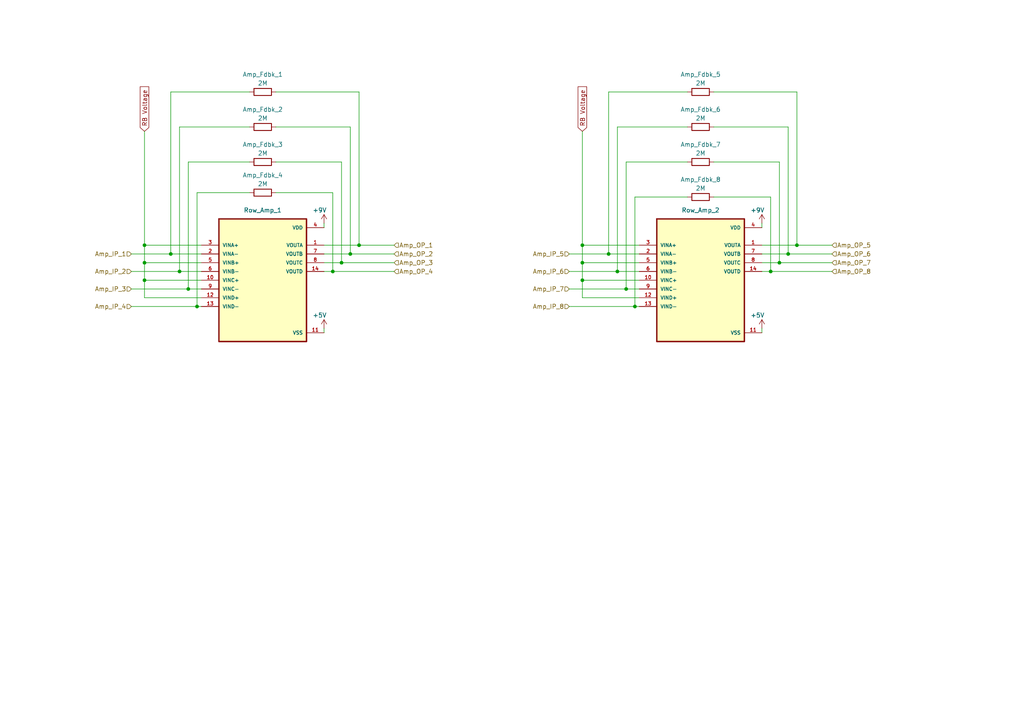
<source format=kicad_sch>
(kicad_sch (version 20211123) (generator eeschema)
  (paper "A4")
  (lib_symbols
    (symbol "Device:R" (pin_numbers hide) (pin_names (offset 0))
      (property "Reference" "R" (at 2.032 0 90))
      (property "Value" "R" (at 0 0 90))
      (symbol "R_0_1"
        (rectangle (start -1.016 -2.54) (end 1.016 2.54) (stroke (width 0.254)))
      )
      (symbol "R_1_1"
        (pin passive line (at 0 3.81 270) (length 1.27) (name "~") (number "1"))
        (pin passive line (at 0 -3.81 90) (length 1.27) (name "~") (number "2"))
      )
    )
    (symbol "Op-Amp:MCP619-I{brace}slash}SL" (pin_names (offset 1.016))
      (property "Reference" "U" (at -12.7 18.7706 0))
      (property "Value" "MCP619-I{brace}slash}SL" (at -12.7 -21.7678 0))
      (symbol "MCP619-I{brace}slash}SL_0_0"
        (rectangle (start -12.7 -17.78) (end 12.7 17.78) (stroke (width 0.4064)) (fill (type background)))
        (pin output line (at 17.78 10.16 180) (length 5.08) (name "VOUTA") (number "1"))
        (pin input line (at -17.78 0 0) (length 5.08) (name "VINC+") (number "10"))
        (pin power_in line (at 17.78 -15.24 180) (length 5.08) (name "VSS") (number "11"))
        (pin input line (at -17.78 -5.08 0) (length 5.08) (name "VIND+") (number "12"))
        (pin input line (at -17.78 -7.62 0) (length 5.08) (name "VIND-") (number "13"))
        (pin output line (at 17.78 2.54 180) (length 5.08) (name "VOUTD") (number "14"))
        (pin input line (at -17.78 7.62 0) (length 5.08) (name "VINA-") (number "2"))
        (pin input line (at -17.78 10.16 0) (length 5.08) (name "VINA+") (number "3"))
        (pin power_in line (at 17.78 15.24 180) (length 5.08) (name "VDD") (number "4"))
        (pin input line (at -17.78 5.08 0) (length 5.08) (name "VINB+") (number "5"))
        (pin input line (at -17.78 2.54 0) (length 5.08) (name "VINB-") (number "6"))
        (pin output line (at 17.78 7.62 180) (length 5.08) (name "VOUTB") (number "7"))
        (pin output line (at 17.78 5.08 180) (length 5.08) (name "VOUTC") (number "8"))
        (pin input line (at -17.78 -2.54 0) (length 5.08) (name "VINC-") (number "9"))
      )
    )
    (symbol "power:+5V" (power) (pin_names (offset 0))
      (property "Value" "+5V" (at 0 3.556 0))
      (symbol "+5V_0_1"
        (polyline (pts (xy -0.762 1.27) (xy 0 2.54)))
        (polyline (pts (xy 0 0) (xy 0 2.54)))
        (polyline (pts (xy 0 2.54) (xy 0.762 1.27)))
      )
      (symbol "+5V_1_1"
        (pin power_in line (at 0 0 90) (length 0) hide (name "+5V") (number "1"))
      )
    )
    (symbol "power:+9V" (power) (pin_names (offset 0))
      (property "Value" "+9V" (at 0 3.556 0))
      (symbol "+9V_0_1"
        (polyline (pts (xy -0.762 1.27) (xy 0 2.54)))
        (polyline (pts (xy 0 0) (xy 0 2.54)))
        (polyline (pts (xy 0 2.54) (xy 0.762 1.27)))
      )
      (symbol "+9V_1_1"
        (pin power_in line (at 0 0 90) (length 0) hide (name "+9V") (number "1"))
      )
    )
  )
  (junction (at 52.07 78.74))
  (junction (at 223.52 78.74))
  (junction (at 49.53 73.66))
  (junction (at 168.91 71.12))
  (junction (at 54.61 83.82))
  (junction (at 99.06 76.2))
  (junction (at 41.91 76.2))
  (junction (at 168.91 76.2))
  (junction (at 41.91 81.28))
  (junction (at 179.07 78.74))
  (junction (at 104.14 71.12))
  (junction (at 226.06 76.2))
  (junction (at 41.91 71.12))
  (junction (at 168.91 81.28))
  (junction (at 231.14 71.12))
  (junction (at 57.15 88.9))
  (junction (at 184.15 88.9))
  (junction (at 176.53 73.66))
  (junction (at 181.61 83.82))
  (junction (at 101.6 73.66))
  (junction (at 228.6 73.66))
  (junction (at 96.52 78.74))
  (wire (pts (xy 52.07 36.83) (xy 52.07 78.74)))
  (wire (pts (xy 54.61 46.99) (xy 54.61 83.82)))
  (wire (pts (xy 99.06 46.99) (xy 99.06 76.2)))
  (wire (pts (xy 57.15 55.88) (xy 57.15 88.9)))
  (wire (pts (xy 199.39 26.67) (xy 176.53 26.67)))
  (wire (pts (xy 165.1 78.74) (xy 179.07 78.74)))
  (wire (pts (xy 184.15 57.15) (xy 184.15 88.9)))
  (wire (pts (xy 96.52 78.74) (xy 114.3 78.74)))
  (wire (pts (xy 96.52 55.88) (xy 96.52 78.74)))
  (wire (pts (xy 223.52 78.74) (xy 241.3 78.74)))
  (wire (pts (xy 199.39 57.15) (xy 184.15 57.15)))
  (wire (pts (xy 165.1 73.66) (xy 176.53 73.66)))
  (wire (pts (xy 38.1 78.74) (xy 52.07 78.74)))
  (wire (pts (xy 41.91 38.1) (xy 41.91 71.12)))
  (wire (pts (xy 168.91 76.2) (xy 185.42 76.2)))
  (wire (pts (xy 220.98 76.2) (xy 226.06 76.2)))
  (wire (pts (xy 57.15 88.9) (xy 58.42 88.9)))
  (wire (pts (xy 49.53 73.66) (xy 58.42 73.66)))
  (wire (pts (xy 228.6 73.66) (xy 241.3 73.66)))
  (wire (pts (xy 58.42 81.28) (xy 41.91 81.28)))
  (wire (pts (xy 176.53 73.66) (xy 185.42 73.66)))
  (wire (pts (xy 38.1 73.66) (xy 49.53 73.66)))
  (wire (pts (xy 168.91 81.28) (xy 168.91 76.2)))
  (wire (pts (xy 104.14 71.12) (xy 114.3 71.12)))
  (wire (pts (xy 93.98 71.12) (xy 104.14 71.12)))
  (wire (pts (xy 220.98 78.74) (xy 223.52 78.74)))
  (wire (pts (xy 52.07 78.74) (xy 58.42 78.74)))
  (wire (pts (xy 231.14 71.12) (xy 241.3 71.12)))
  (wire (pts (xy 41.91 76.2) (xy 58.42 76.2)))
  (wire (pts (xy 41.91 71.12) (xy 58.42 71.12)))
  (wire (pts (xy 80.01 36.83) (xy 101.6 36.83)))
  (wire (pts (xy 165.1 88.9) (xy 184.15 88.9)))
  (wire (pts (xy 38.1 88.9) (xy 57.15 88.9)))
  (wire (pts (xy 58.42 86.36) (xy 41.91 86.36)))
  (wire (pts (xy 220.98 71.12) (xy 231.14 71.12)))
  (wire (pts (xy 207.01 26.67) (xy 231.14 26.67)))
  (wire (pts (xy 223.52 57.15) (xy 223.52 78.74)))
  (wire (pts (xy 93.98 73.66) (xy 101.6 73.66)))
  (wire (pts (xy 220.98 73.66) (xy 228.6 73.66)))
  (wire (pts (xy 93.98 66.04) (xy 93.98 64.77)))
  (wire (pts (xy 72.39 36.83) (xy 52.07 36.83)))
  (wire (pts (xy 93.98 76.2) (xy 99.06 76.2)))
  (wire (pts (xy 181.61 46.99) (xy 181.61 83.82)))
  (wire (pts (xy 168.91 71.12) (xy 185.42 71.12)))
  (wire (pts (xy 80.01 26.67) (xy 104.14 26.67)))
  (wire (pts (xy 168.91 86.36) (xy 168.91 81.28)))
  (wire (pts (xy 184.15 88.9) (xy 185.42 88.9)))
  (wire (pts (xy 168.91 71.12) (xy 168.91 76.2)))
  (wire (pts (xy 179.07 36.83) (xy 179.07 78.74)))
  (wire (pts (xy 220.98 66.04) (xy 220.98 64.77)))
  (wire (pts (xy 72.39 46.99) (xy 54.61 46.99)))
  (wire (pts (xy 49.53 73.66) (xy 49.53 26.67)))
  (wire (pts (xy 207.01 57.15) (xy 223.52 57.15)))
  (wire (pts (xy 80.01 46.99) (xy 99.06 46.99)))
  (wire (pts (xy 80.01 55.88) (xy 96.52 55.88)))
  (wire (pts (xy 104.14 26.67) (xy 104.14 71.12)))
  (wire (pts (xy 93.98 78.74) (xy 96.52 78.74)))
  (wire (pts (xy 41.91 71.12) (xy 41.91 76.2)))
  (wire (pts (xy 207.01 46.99) (xy 226.06 46.99)))
  (wire (pts (xy 54.61 83.82) (xy 58.42 83.82)))
  (wire (pts (xy 165.1 83.82) (xy 181.61 83.82)))
  (wire (pts (xy 101.6 73.66) (xy 114.3 73.66)))
  (wire (pts (xy 220.98 96.52) (xy 220.98 95.25)))
  (wire (pts (xy 176.53 26.67) (xy 176.53 73.66)))
  (wire (pts (xy 41.91 81.28) (xy 41.91 76.2)))
  (wire (pts (xy 228.6 36.83) (xy 228.6 73.66)))
  (wire (pts (xy 231.14 26.67) (xy 231.14 71.12)))
  (wire (pts (xy 226.06 46.99) (xy 226.06 76.2)))
  (wire (pts (xy 93.98 96.52) (xy 93.98 95.25)))
  (wire (pts (xy 179.07 78.74) (xy 185.42 78.74)))
  (wire (pts (xy 41.91 86.36) (xy 41.91 81.28)))
  (wire (pts (xy 99.06 76.2) (xy 114.3 76.2)))
  (wire (pts (xy 38.1 83.82) (xy 54.61 83.82)))
  (wire (pts (xy 181.61 83.82) (xy 185.42 83.82)))
  (wire (pts (xy 207.01 36.83) (xy 228.6 36.83)))
  (wire (pts (xy 185.42 81.28) (xy 168.91 81.28)))
  (wire (pts (xy 199.39 46.99) (xy 181.61 46.99)))
  (wire (pts (xy 72.39 55.88) (xy 57.15 55.88)))
  (wire (pts (xy 101.6 36.83) (xy 101.6 73.66)))
  (wire (pts (xy 168.91 38.1) (xy 168.91 71.12)))
  (wire (pts (xy 199.39 36.83) (xy 179.07 36.83)))
  (wire (pts (xy 226.06 76.2) (xy 241.3 76.2)))
  (wire (pts (xy 49.53 26.67) (xy 72.39 26.67)))
  (wire (pts (xy 185.42 86.36) (xy 168.91 86.36)))
  (global_label "RB Voltage" (shape input) (at 168.91 38.1 90) (property "Intersheet References" "${INTERSHEET_REFS}" (effects hide)))
  (global_label "RB Voltage" (shape input) (at 41.91 38.1 90) (property "Intersheet References" "${INTERSHEET_REFS}" (effects hide)))
  (hierarchical_label "Amp_OP_4" (shape input) (at 114.3 78.74 0))
  (hierarchical_label "Amp_IP_5" (shape input) (at 165.1 73.66 180))
  (hierarchical_label "Amp_IP_6" (shape input) (at 165.1 78.74 180))
  (hierarchical_label "Amp_IP_3" (shape input) (at 38.1 83.82 180))
  (hierarchical_label "Amp_IP_8" (shape input) (at 165.1 88.9 180))
  (hierarchical_label "Amp_IP_1" (shape input) (at 38.1 73.66 180))
  (hierarchical_label "Amp_OP_5" (shape input) (at 241.3 71.12 0))
  (hierarchical_label "Amp_IP_2" (shape input) (at 38.1 78.74 180))
  (hierarchical_label "Amp_IP_4" (shape input) (at 38.1 88.9 180))
  (hierarchical_label "Amp_OP_3" (shape input) (at 114.3 76.2 0))
  (hierarchical_label "Amp_OP_1" (shape input) (at 114.3 71.12 0))
  (hierarchical_label "Amp_OP_2" (shape input) (at 114.3 73.66 0))
  (hierarchical_label "Amp_IP_7" (shape input) (at 165.1 83.82 180))
  (hierarchical_label "Amp_OP_6" (shape input) (at 241.3 73.66 0))
  (hierarchical_label "Amp_OP_7" (shape input) (at 241.3 76.2 0))
  (hierarchical_label "Amp_OP_8" (shape input) (at 241.3 78.74 0))
  (symbol (lib_id "Device:R") (at 76.2 36.83 270) (unit 1)
    (property "Reference" "Amp_Fdbk_2" (at 76.2 31.75 90))
    (property "Value" "2M" (at 76.2 34.29 90))
    (property "Footprint" "Resistor_THT:R_Axial_DIN0207_L6.3mm_D2.5mm_P7.62mm_Horizontal" (effects hide))
  )
  (symbol (lib_id "Device:R") (at 203.2 46.99 270) (unit 1)
    (property "Reference" "Amp_Fdbk_7" (at 203.2 41.91 90))
    (property "Value" "2M" (at 203.2 44.45 90))
    (property "Footprint" "Resistor_THT:R_Axial_DIN0207_L6.3mm_D2.5mm_P7.62mm_Horizontal" (effects hide))
  )
  (symbol (lib_id "Device:R") (at 203.2 36.83 270) (unit 1)
    (property "Reference" "Amp_Fdbk_6" (at 203.2 31.75 90))
    (property "Value" "2M" (at 203.2 34.29 90))
    (property "Footprint" "Resistor_THT:R_Axial_DIN0207_L6.3mm_D2.5mm_P7.62mm_Horizontal" (effects hide))
  )
  (symbol (lib_id "power:+5V") (at 220.98 95.25 0) (unit 1)
    (property "Reference" "#PWR04" (effects hide))
    (property "Value" "+5V" (at 219.71 91.44 0))
  )
  (symbol (lib_id "power:+9V") (at 93.98 64.77 0) (unit 1)
    (property "Reference" "#PWR01" (effects hide))
    (property "Value" "+9V" (at 92.71 60.96 0))
  )
  (symbol (lib_id "Device:R") (at 203.2 26.67 270) (unit 1)
    (property "Reference" "Amp_Fdbk_5" (at 203.2 21.59 90))
    (property "Value" "2M" (at 203.2 24.13 90))
    (property "Footprint" "Resistor_THT:R_Axial_DIN0207_L6.3mm_D2.5mm_P7.62mm_Horizontal" (effects hide))
  )
  (symbol (lib_id "Device:R") (at 76.2 26.67 270) (unit 1)
    (property "Reference" "Amp_Fdbk_1" (at 76.2 21.59 90))
    (property "Value" "2M" (at 76.2 24.13 90))
    (property "Footprint" "Resistor_THT:R_Axial_DIN0207_L6.3mm_D2.5mm_P7.62mm_Horizontal" (effects hide))
  )
  (symbol (lib_id "power:+5V") (at 93.98 95.25 0) (unit 1)
    (property "Reference" "#PWR02" (effects hide))
    (property "Value" "+5V" (at 92.71 91.44 0))
  )
  (symbol (lib_id "Op-Amp:MCP619-I{brace}slash}SL") (at 76.2 81.28 0) (unit 1)
    (property "Reference" "Row_Amp_1" (at 76.2 60.96 0))
    (property "Value" "MCP619-I{slash}SL" (effects hide))
    (property "Footprint" "Op-Amp:footprints" (effects hide))
  )
  (symbol (lib_id "Device:R") (at 76.2 55.88 270) (unit 1)
    (property "Reference" "Amp_Fdbk_4" (at 76.2 50.8 90))
    (property "Value" "2M" (at 76.2 53.34 90))
    (property "Footprint" "Resistor_THT:R_Axial_DIN0207_L6.3mm_D2.5mm_P7.62mm_Horizontal" (effects hide))
  )
  (symbol (lib_id "Op-Amp:MCP619-I{brace}slash}SL") (at 203.2 81.28 0) (unit 1)
    (property "Reference" "Row_Amp_2" (at 203.2 60.96 0))
    (property "Value" "MCP619-I{slash}SL" (effects hide))
    (property "Footprint" "Op-Amp:footprints" (effects hide))
  )
  (symbol (lib_id "Device:R") (at 203.2 57.15 270) (unit 1)
    (property "Reference" "Amp_Fdbk_8" (at 203.2 52.07 90))
    (property "Value" "2M" (at 203.2 54.61 90))
    (property "Footprint" "Resistor_THT:R_Axial_DIN0207_L6.3mm_D2.5mm_P7.62mm_Horizontal" (effects hide))
  )
  (symbol (lib_id "power:+9V") (at 220.98 64.77 0) (unit 1)
    (property "Reference" "#PWR03" (effects hide))
    (property "Value" "+9V" (at 219.71 60.96 0))
  )
  (symbol (lib_id "Device:R") (at 76.2 46.99 270) (unit 1)
    (property "Reference" "Amp_Fdbk_3" (at 76.2 41.91 90))
    (property "Value" "2M" (at 76.2 44.45 90))
    (property "Footprint" "Resistor_THT:R_Axial_DIN0207_L6.3mm_D2.5mm_P7.62mm_Horizontal" (effects hide))
  )
)
</source>
